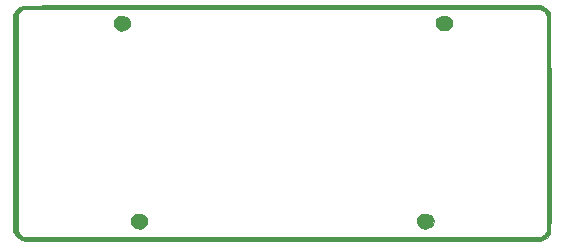
<source format=gbr>
G04 #@! TF.GenerationSoftware,KiCad,Pcbnew,(5.1.5-0-10_14)*
G04 #@! TF.CreationDate,2021-09-19T20:31:28-06:00*
G04 #@! TF.ProjectId,2021DC435,32303231-4443-4343-9335-2e6b69636164,rev?*
G04 #@! TF.SameCoordinates,Original*
G04 #@! TF.FileFunction,Legend,Top*
G04 #@! TF.FilePolarity,Positive*
%FSLAX46Y46*%
G04 Gerber Fmt 4.6, Leading zero omitted, Abs format (unit mm)*
G04 Created by KiCad (PCBNEW (5.1.5-0-10_14)) date 2021-09-19 20:31:28*
%MOMM*%
%LPD*%
G04 APERTURE LIST*
%ADD10C,0.010000*%
G04 APERTURE END LIST*
D10*
G36*
X139603331Y-81040331D02*
G01*
X139793686Y-81122022D01*
X139954418Y-81235892D01*
X140049876Y-81358005D01*
X140106190Y-81577913D01*
X140083008Y-81799951D01*
X139986660Y-82001975D01*
X139823474Y-82161837D01*
X139819366Y-82164589D01*
X139655320Y-82231579D01*
X139445850Y-82261224D01*
X139231327Y-82251361D01*
X139063167Y-82205066D01*
X138866354Y-82075975D01*
X138746590Y-81900819D01*
X138700984Y-81675101D01*
X138700351Y-81640890D01*
X138740818Y-81407653D01*
X138856287Y-81220918D01*
X139037859Y-81088537D01*
X139276637Y-81018359D01*
X139416444Y-81009049D01*
X139603331Y-81040331D01*
G37*
X139603331Y-81040331D02*
X139793686Y-81122022D01*
X139954418Y-81235892D01*
X140049876Y-81358005D01*
X140106190Y-81577913D01*
X140083008Y-81799951D01*
X139986660Y-82001975D01*
X139823474Y-82161837D01*
X139819366Y-82164589D01*
X139655320Y-82231579D01*
X139445850Y-82261224D01*
X139231327Y-82251361D01*
X139063167Y-82205066D01*
X138866354Y-82075975D01*
X138746590Y-81900819D01*
X138700984Y-81675101D01*
X138700351Y-81640890D01*
X138740818Y-81407653D01*
X138856287Y-81220918D01*
X139037859Y-81088537D01*
X139276637Y-81018359D01*
X139416444Y-81009049D01*
X139603331Y-81040331D01*
G36*
X112239103Y-81026165D02*
G01*
X112455993Y-81085503D01*
X112635476Y-81190570D01*
X112747585Y-81325625D01*
X112823310Y-81559393D01*
X112813532Y-81783137D01*
X112721797Y-81983464D01*
X112551654Y-82146982D01*
X112525508Y-82163883D01*
X112305785Y-82251418D01*
X112059078Y-82270476D01*
X111815838Y-82219449D01*
X111776488Y-82203454D01*
X111597923Y-82082666D01*
X111481403Y-81917065D01*
X111426621Y-81725098D01*
X111433269Y-81525217D01*
X111501038Y-81335870D01*
X111629620Y-81175508D01*
X111795386Y-81071928D01*
X112010378Y-81019370D01*
X112239103Y-81026165D01*
G37*
X112239103Y-81026165D02*
X112455993Y-81085503D01*
X112635476Y-81190570D01*
X112747585Y-81325625D01*
X112823310Y-81559393D01*
X112813532Y-81783137D01*
X112721797Y-81983464D01*
X112551654Y-82146982D01*
X112525508Y-82163883D01*
X112305785Y-82251418D01*
X112059078Y-82270476D01*
X111815838Y-82219449D01*
X111776488Y-82203454D01*
X111597923Y-82082666D01*
X111481403Y-81917065D01*
X111426621Y-81725098D01*
X111433269Y-81525217D01*
X111501038Y-81335870D01*
X111629620Y-81175508D01*
X111795386Y-81071928D01*
X112010378Y-81019370D01*
X112239103Y-81026165D01*
G36*
X137994697Y-97783954D02*
G01*
X138208023Y-97862144D01*
X138378587Y-97998940D01*
X138491915Y-98186200D01*
X138533531Y-98415785D01*
X138533536Y-98418473D01*
X138491360Y-98627510D01*
X138376492Y-98802457D01*
X138206418Y-98934197D01*
X137998626Y-99013613D01*
X137770603Y-99031589D01*
X137539836Y-98979005D01*
X137495657Y-98959586D01*
X137298362Y-98828438D01*
X137178113Y-98655421D01*
X137128622Y-98455041D01*
X137144398Y-98228449D01*
X137237190Y-98033991D01*
X137398354Y-97886168D01*
X137497668Y-97835952D01*
X137753087Y-97772510D01*
X137994697Y-97783954D01*
G37*
X137994697Y-97783954D02*
X138208023Y-97862144D01*
X138378587Y-97998940D01*
X138491915Y-98186200D01*
X138533531Y-98415785D01*
X138533536Y-98418473D01*
X138491360Y-98627510D01*
X138376492Y-98802457D01*
X138206418Y-98934197D01*
X137998626Y-99013613D01*
X137770603Y-99031589D01*
X137539836Y-98979005D01*
X137495657Y-98959586D01*
X137298362Y-98828438D01*
X137178113Y-98655421D01*
X137128622Y-98455041D01*
X137144398Y-98228449D01*
X137237190Y-98033991D01*
X137398354Y-97886168D01*
X137497668Y-97835952D01*
X137753087Y-97772510D01*
X137994697Y-97783954D01*
G36*
X113723508Y-97785550D02*
G01*
X113942643Y-97851705D01*
X114122938Y-97971424D01*
X114244662Y-98137796D01*
X114267711Y-98198730D01*
X114299431Y-98436302D01*
X114248476Y-98649807D01*
X114117904Y-98826748D01*
X114112986Y-98831186D01*
X113898379Y-98975104D01*
X113669233Y-99035900D01*
X113423584Y-99013854D01*
X113250776Y-98953755D01*
X113068353Y-98831585D01*
X112948398Y-98665972D01*
X112890962Y-98475199D01*
X112896098Y-98277552D01*
X112963855Y-98091315D01*
X113094287Y-97934772D01*
X113247642Y-97841560D01*
X113485264Y-97779865D01*
X113723508Y-97785550D01*
G37*
X113723508Y-97785550D02*
X113942643Y-97851705D01*
X114122938Y-97971424D01*
X114244662Y-98137796D01*
X114267711Y-98198730D01*
X114299431Y-98436302D01*
X114248476Y-98649807D01*
X114117904Y-98826748D01*
X114112986Y-98831186D01*
X113898379Y-98975104D01*
X113669233Y-99035900D01*
X113423584Y-99013854D01*
X113250776Y-98953755D01*
X113068353Y-98831585D01*
X112948398Y-98665972D01*
X112890962Y-98475199D01*
X112896098Y-98277552D01*
X112963855Y-98091315D01*
X113094287Y-97934772D01*
X113247642Y-97841560D01*
X113485264Y-97779865D01*
X113723508Y-97785550D01*
G36*
X118557000Y-80132027D02*
G01*
X120138549Y-80132310D01*
X121810288Y-80132781D01*
X123573530Y-80133440D01*
X125429590Y-80134283D01*
X125857142Y-80134496D01*
X147621826Y-80145534D01*
X147881491Y-80276370D01*
X148118255Y-80428887D01*
X148282792Y-80610045D01*
X148424428Y-80812884D01*
X148438280Y-90041066D01*
X148439880Y-91255254D01*
X148440908Y-92385218D01*
X148441364Y-93430975D01*
X148441249Y-94392545D01*
X148440561Y-95269948D01*
X148439302Y-96063201D01*
X148437470Y-96772325D01*
X148435067Y-97397337D01*
X148432091Y-97938258D01*
X148428543Y-98395106D01*
X148424422Y-98767900D01*
X148419729Y-99056658D01*
X148414463Y-99261401D01*
X148408625Y-99382147D01*
X148404206Y-99416678D01*
X148298031Y-99613881D01*
X148122763Y-99799058D01*
X147902815Y-99948478D01*
X147814019Y-99990357D01*
X147574614Y-100089819D01*
X125715506Y-100087025D01*
X123925560Y-100086752D01*
X122227959Y-100086399D01*
X120620626Y-100085960D01*
X119101483Y-100085430D01*
X117668451Y-100084805D01*
X116319453Y-100084079D01*
X115052410Y-100083247D01*
X113865245Y-100082304D01*
X112755878Y-100081245D01*
X111722233Y-100080064D01*
X110762232Y-100078758D01*
X109873795Y-100077320D01*
X109054845Y-100075746D01*
X108303304Y-100074030D01*
X107617095Y-100072167D01*
X106994138Y-100070152D01*
X106432356Y-100067981D01*
X105929670Y-100065648D01*
X105484004Y-100063147D01*
X105093278Y-100060474D01*
X104755414Y-100057624D01*
X104468336Y-100054592D01*
X104229963Y-100051372D01*
X104038219Y-100047959D01*
X103891026Y-100044349D01*
X103786304Y-100040536D01*
X103721977Y-100036515D01*
X103697628Y-100032969D01*
X103486815Y-99932336D01*
X103280190Y-99778561D01*
X103111522Y-99598508D01*
X103064899Y-99529612D01*
X102959372Y-99353494D01*
X102959372Y-94099393D01*
X103320520Y-94099393D01*
X103320689Y-94824749D01*
X103321105Y-95509119D01*
X103321764Y-96148591D01*
X103322658Y-96739251D01*
X103323783Y-97277185D01*
X103325132Y-97758482D01*
X103326698Y-98179226D01*
X103328477Y-98535505D01*
X103330462Y-98823406D01*
X103332647Y-99039015D01*
X103335026Y-99178419D01*
X103337594Y-99237705D01*
X103337739Y-99238557D01*
X103394581Y-99368255D01*
X103501711Y-99510952D01*
X103631903Y-99635995D01*
X103757934Y-99712735D01*
X103759393Y-99713268D01*
X103812517Y-99715570D01*
X103957110Y-99717845D01*
X104190218Y-99720088D01*
X104508886Y-99722294D01*
X104910159Y-99724457D01*
X105391083Y-99726572D01*
X105948704Y-99728635D01*
X106580066Y-99730640D01*
X107282215Y-99732583D01*
X108052197Y-99734458D01*
X108887056Y-99736260D01*
X109783839Y-99737984D01*
X110739591Y-99739624D01*
X111751356Y-99741177D01*
X112816182Y-99742637D01*
X113931112Y-99743998D01*
X115093193Y-99745256D01*
X116299469Y-99746406D01*
X117546987Y-99747442D01*
X118832791Y-99748359D01*
X120153928Y-99749153D01*
X121507441Y-99749819D01*
X122890378Y-99750350D01*
X124299783Y-99750743D01*
X125720327Y-99750990D01*
X147584256Y-99753660D01*
X147740336Y-99658884D01*
X147872851Y-99562621D01*
X147986885Y-99454882D01*
X147995180Y-99445185D01*
X148093945Y-99326262D01*
X148106168Y-90177342D01*
X148118392Y-81028423D01*
X148011745Y-80839888D01*
X147856638Y-80650041D01*
X147716250Y-80557020D01*
X147527402Y-80462687D01*
X125659953Y-80472601D01*
X103792503Y-80482515D01*
X103662126Y-80569364D01*
X103536073Y-80669693D01*
X103434408Y-80772533D01*
X103337067Y-80888854D01*
X103323608Y-89994806D01*
X103322446Y-90866387D01*
X103321563Y-91716550D01*
X103320951Y-92541380D01*
X103320606Y-93336966D01*
X103320520Y-94099393D01*
X102959372Y-94099393D01*
X102959372Y-80901497D01*
X103079980Y-80692395D01*
X103262267Y-80463079D01*
X103505704Y-80288022D01*
X103791456Y-80180125D01*
X103843608Y-80169258D01*
X103897131Y-80165325D01*
X104014580Y-80161623D01*
X104197267Y-80158149D01*
X104446506Y-80154901D01*
X104763610Y-80151878D01*
X105149892Y-80149077D01*
X105606667Y-80146496D01*
X106135246Y-80144133D01*
X106736943Y-80141986D01*
X107413072Y-80140053D01*
X108164945Y-80138332D01*
X108993876Y-80136820D01*
X109901179Y-80135516D01*
X110888165Y-80134417D01*
X111956150Y-80133522D01*
X113106445Y-80132829D01*
X114340365Y-80132335D01*
X115659221Y-80132038D01*
X117064329Y-80131936D01*
X118557000Y-80132027D01*
G37*
X118557000Y-80132027D02*
X120138549Y-80132310D01*
X121810288Y-80132781D01*
X123573530Y-80133440D01*
X125429590Y-80134283D01*
X125857142Y-80134496D01*
X147621826Y-80145534D01*
X147881491Y-80276370D01*
X148118255Y-80428887D01*
X148282792Y-80610045D01*
X148424428Y-80812884D01*
X148438280Y-90041066D01*
X148439880Y-91255254D01*
X148440908Y-92385218D01*
X148441364Y-93430975D01*
X148441249Y-94392545D01*
X148440561Y-95269948D01*
X148439302Y-96063201D01*
X148437470Y-96772325D01*
X148435067Y-97397337D01*
X148432091Y-97938258D01*
X148428543Y-98395106D01*
X148424422Y-98767900D01*
X148419729Y-99056658D01*
X148414463Y-99261401D01*
X148408625Y-99382147D01*
X148404206Y-99416678D01*
X148298031Y-99613881D01*
X148122763Y-99799058D01*
X147902815Y-99948478D01*
X147814019Y-99990357D01*
X147574614Y-100089819D01*
X125715506Y-100087025D01*
X123925560Y-100086752D01*
X122227959Y-100086399D01*
X120620626Y-100085960D01*
X119101483Y-100085430D01*
X117668451Y-100084805D01*
X116319453Y-100084079D01*
X115052410Y-100083247D01*
X113865245Y-100082304D01*
X112755878Y-100081245D01*
X111722233Y-100080064D01*
X110762232Y-100078758D01*
X109873795Y-100077320D01*
X109054845Y-100075746D01*
X108303304Y-100074030D01*
X107617095Y-100072167D01*
X106994138Y-100070152D01*
X106432356Y-100067981D01*
X105929670Y-100065648D01*
X105484004Y-100063147D01*
X105093278Y-100060474D01*
X104755414Y-100057624D01*
X104468336Y-100054592D01*
X104229963Y-100051372D01*
X104038219Y-100047959D01*
X103891026Y-100044349D01*
X103786304Y-100040536D01*
X103721977Y-100036515D01*
X103697628Y-100032969D01*
X103486815Y-99932336D01*
X103280190Y-99778561D01*
X103111522Y-99598508D01*
X103064899Y-99529612D01*
X102959372Y-99353494D01*
X102959372Y-94099393D01*
X103320520Y-94099393D01*
X103320689Y-94824749D01*
X103321105Y-95509119D01*
X103321764Y-96148591D01*
X103322658Y-96739251D01*
X103323783Y-97277185D01*
X103325132Y-97758482D01*
X103326698Y-98179226D01*
X103328477Y-98535505D01*
X103330462Y-98823406D01*
X103332647Y-99039015D01*
X103335026Y-99178419D01*
X103337594Y-99237705D01*
X103337739Y-99238557D01*
X103394581Y-99368255D01*
X103501711Y-99510952D01*
X103631903Y-99635995D01*
X103757934Y-99712735D01*
X103759393Y-99713268D01*
X103812517Y-99715570D01*
X103957110Y-99717845D01*
X104190218Y-99720088D01*
X104508886Y-99722294D01*
X104910159Y-99724457D01*
X105391083Y-99726572D01*
X105948704Y-99728635D01*
X106580066Y-99730640D01*
X107282215Y-99732583D01*
X108052197Y-99734458D01*
X108887056Y-99736260D01*
X109783839Y-99737984D01*
X110739591Y-99739624D01*
X111751356Y-99741177D01*
X112816182Y-99742637D01*
X113931112Y-99743998D01*
X115093193Y-99745256D01*
X116299469Y-99746406D01*
X117546987Y-99747442D01*
X118832791Y-99748359D01*
X120153928Y-99749153D01*
X121507441Y-99749819D01*
X122890378Y-99750350D01*
X124299783Y-99750743D01*
X125720327Y-99750990D01*
X147584256Y-99753660D01*
X147740336Y-99658884D01*
X147872851Y-99562621D01*
X147986885Y-99454882D01*
X147995180Y-99445185D01*
X148093945Y-99326262D01*
X148106168Y-90177342D01*
X148118392Y-81028423D01*
X148011745Y-80839888D01*
X147856638Y-80650041D01*
X147716250Y-80557020D01*
X147527402Y-80462687D01*
X125659953Y-80472601D01*
X103792503Y-80482515D01*
X103662126Y-80569364D01*
X103536073Y-80669693D01*
X103434408Y-80772533D01*
X103337067Y-80888854D01*
X103323608Y-89994806D01*
X103322446Y-90866387D01*
X103321563Y-91716550D01*
X103320951Y-92541380D01*
X103320606Y-93336966D01*
X103320520Y-94099393D01*
X102959372Y-94099393D01*
X102959372Y-80901497D01*
X103079980Y-80692395D01*
X103262267Y-80463079D01*
X103505704Y-80288022D01*
X103791456Y-80180125D01*
X103843608Y-80169258D01*
X103897131Y-80165325D01*
X104014580Y-80161623D01*
X104197267Y-80158149D01*
X104446506Y-80154901D01*
X104763610Y-80151878D01*
X105149892Y-80149077D01*
X105606667Y-80146496D01*
X106135246Y-80144133D01*
X106736943Y-80141986D01*
X107413072Y-80140053D01*
X108164945Y-80138332D01*
X108993876Y-80136820D01*
X109901179Y-80135516D01*
X110888165Y-80134417D01*
X111956150Y-80133522D01*
X113106445Y-80132829D01*
X114340365Y-80132335D01*
X115659221Y-80132038D01*
X117064329Y-80131936D01*
X118557000Y-80132027D01*
M02*

</source>
